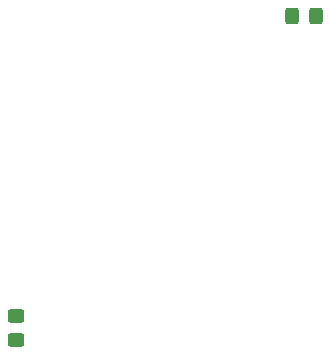
<source format=gbr>
%TF.GenerationSoftware,KiCad,Pcbnew,8.0.8*%
%TF.CreationDate,2025-02-07T05:57:41-05:00*%
%TF.ProjectId,mcu-board,6d63752d-626f-4617-9264-2e6b69636164,rev?*%
%TF.SameCoordinates,Original*%
%TF.FileFunction,Paste,Top*%
%TF.FilePolarity,Positive*%
%FSLAX46Y46*%
G04 Gerber Fmt 4.6, Leading zero omitted, Abs format (unit mm)*
G04 Created by KiCad (PCBNEW 8.0.8) date 2025-02-07 05:57:41*
%MOMM*%
%LPD*%
G01*
G04 APERTURE LIST*
G04 Aperture macros list*
%AMRoundRect*
0 Rectangle with rounded corners*
0 $1 Rounding radius*
0 $2 $3 $4 $5 $6 $7 $8 $9 X,Y pos of 4 corners*
0 Add a 4 corners polygon primitive as box body*
4,1,4,$2,$3,$4,$5,$6,$7,$8,$9,$2,$3,0*
0 Add four circle primitives for the rounded corners*
1,1,$1+$1,$2,$3*
1,1,$1+$1,$4,$5*
1,1,$1+$1,$6,$7*
1,1,$1+$1,$8,$9*
0 Add four rect primitives between the rounded corners*
20,1,$1+$1,$2,$3,$4,$5,0*
20,1,$1+$1,$4,$5,$6,$7,0*
20,1,$1+$1,$6,$7,$8,$9,0*
20,1,$1+$1,$8,$9,$2,$3,0*%
G04 Aperture macros list end*
%ADD10RoundRect,0.250000X0.450000X-0.325000X0.450000X0.325000X-0.450000X0.325000X-0.450000X-0.325000X0*%
%ADD11RoundRect,0.250000X0.325000X0.450000X-0.325000X0.450000X-0.325000X-0.450000X0.325000X-0.450000X0*%
G04 APERTURE END LIST*
D10*
%TO.C,D2*%
X153000000Y-93024999D03*
X153000000Y-90975001D03*
%TD*%
D11*
%TO.C,D1*%
X178399999Y-65625000D03*
X176350001Y-65625000D03*
%TD*%
M02*

</source>
